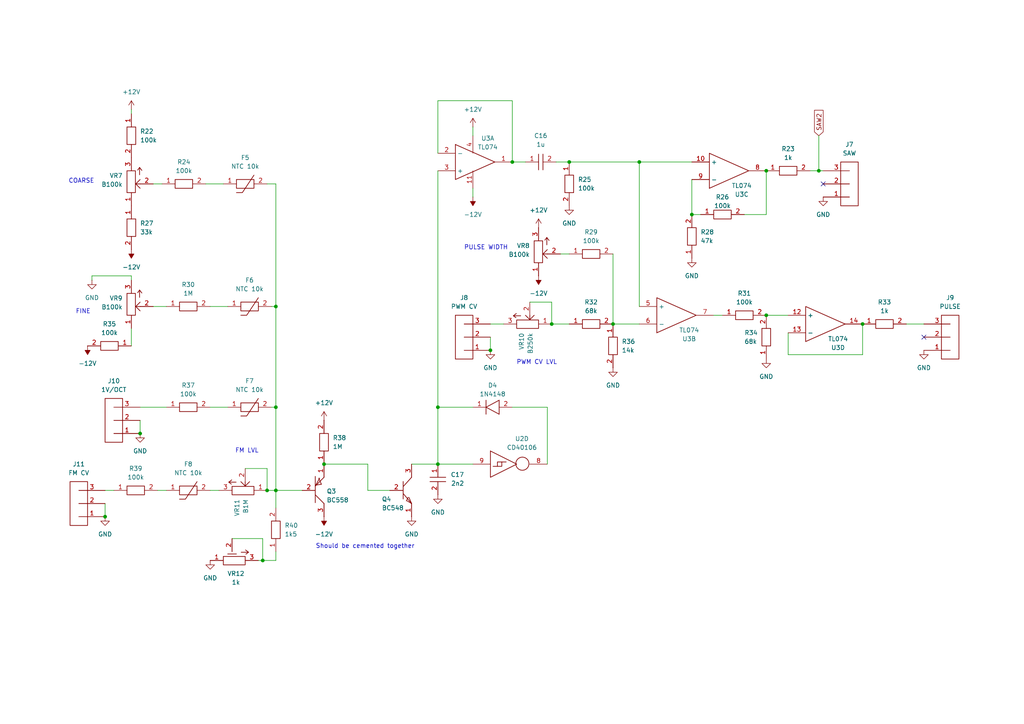
<source format=kicad_sch>
(kicad_sch (version 20250114) (generator "eeschema") (generator_version "9.0")
  (paper "A4")
  (lib_symbols
    (symbol "V_Connector:CONN_3"
      (property "Reference" "J" (at -5.08 11.43 0))
      (property "Value" "CONN_3" (at -5.08 8.89 0))
      (symbol "CONN_3_0_0"
        (rectangle (start 0 6.35) (end 5.08 -6.35) (stroke (width 0.2032)))
      )
      (symbol "CONN_3_1_0"
        (pin unspecified line (at -5.08 3.81 0) (length 7.62) (name "~") (number "1"))
        (pin unspecified line (at -5.08 0 0) (length 7.62) (name "~") (number "2"))
        (pin unspecified line (at -5.08 -3.81 0) (length 7.62) (name "~") (number "3"))
      )
    )
    (symbol "V_Diode:1N4148"
      (property "Reference" "D" (at -1.905 10.795 0))
      (property "Value" "1N4148" (at -1.905 8.255 0))
      (symbol "1N4148_0_0"
        (polyline (pts (xy -2.032 2.54) (xy 2.032 2.54)) (stroke (width 0.2032)))
        (polyline (pts (xy -2.032 -1.27) (xy 2.032 -1.27)) (stroke (width 0.2032)))
        (polyline (pts (xy 0 -1.27) (xy -2.032 2.54)) (stroke (width 0.2032)))
        (polyline (pts (xy 2.032 2.54) (xy 0 -1.27)) (stroke (width 0.2032)))
      )
      (symbol "1N4148_1_0"
        (pin unspecified line (at 0 6.35 270) (length 3.81) (name "~") (number "2"))
        (pin unspecified line (at 0 -5.08 90) (length 3.81) (name "~") (number "1"))
      )
    )
    (symbol "V_Linear:TL074,_TL084,_LF347_ETC"
      (property "Reference" "U" (at -10.795 12.7 0))
      (property "Value" "TL074,_TL084,_LF347_ETC" (at -10.795 10.16 0))
      (symbol "TL074,_TL084,_LF347_ETC_0_0"
        (polyline (pts (xy -6.35 5.08) (xy 5.08 0) (xy -6.35 -5.08) (xy -6.35 5.08)) (stroke (width 0.2032)))
      )
      (symbol "TL074,_TL084,_LF347_ETC_1_0"
        (pin unspecified line (at -11.43 2.54 0) (length 5.08) (name "-") (number "2"))
        (pin unspecified line (at -11.43 -2.54 0) (length 5.08) (name "+") (number "3"))
        (pin power_in line (at -1.27 7.62 270) (length 5.08) (name "~") (number "4"))
        (pin power_in line (at -1.27 -7.62 90) (length 5.08) (name "~") (number "11"))
        (pin unspecified line (at 10.16 0 180) (length 5.08) (name "~") (number "1"))
      )
      (symbol "TL074,_TL084,_LF347_ETC_2_0"
        (pin unspecified line (at -11.43 2.54 0) (length 5.08) (name "-") (number "6"))
        (pin unspecified line (at -11.43 -2.54 0) (length 5.08) (name "+") (number "5"))
        (pin unspecified line (at 10.16 0 180) (length 5.08) (name "~") (number "7"))
      )
      (symbol "TL074,_TL084,_LF347_ETC_3_0"
        (pin unspecified line (at -11.43 2.54 0) (length 5.08) (name "-") (number "9"))
        (pin unspecified line (at -11.43 -2.54 0) (length 5.08) (name "+") (number "10"))
        (pin unspecified line (at 10.16 0 180) (length 5.08) (name "~") (number "8"))
      )
      (symbol "TL074,_TL084,_LF347_ETC_4_0"
        (pin unspecified line (at -11.43 2.54 0) (length 5.08) (name "-") (number "13"))
        (pin unspecified line (at -11.43 -2.54 0) (length 5.08) (name "+") (number "12"))
        (pin unspecified line (at 10.16 0 180) (length 5.08) (name "~") (number "14"))
      )
    )
    (symbol "V_Logic:CD40106"
      (property "Reference" "U" (at -10.795 12.7 0))
      (property "Value" "CD40106" (at -10.795 10.16 0))
      (symbol "CD40106_0_0"
        (polyline (pts (xy -6.35 3.81) (xy -6.35 -3.81) (xy 1.27 0) (xy -6.35 3.81)) (stroke (width 0.2032)))
        (polyline (pts (xy -4.318 -0.635) (xy -4.318 0.635) (xy -1.778 0.635)) (stroke (width 0.2032)))
        (polyline (pts (xy -3.048 0.635) (xy -3.048 -0.635) (xy -5.588 -0.635)) (stroke (width 0.2032)))
        (circle (center 2.921 0.127) (radius 1.905) (stroke (width 0.2032)))
      )
      (symbol "CD40106_1_0"
        (pin unspecified line (at -11.43 0 0) (length 5.08) (name "~") (number "1"))
        (pin unspecified line (at -2.54 7.62 270) (length 5.08) (name "~") (number "14"))
        (pin unspecified line (at -2.54 -7.62 90) (length 5.08) (name "~") (number "7"))
        (pin unspecified line (at 10.16 0 180) (length 5.08) (name "~") (number "2"))
      )
      (symbol "CD40106_2_0"
        (pin unspecified line (at -11.43 0 0) (length 5.08) (name "~") (number "3"))
        (pin unspecified line (at 10.16 0 180) (length 5.08) (name "~") (number "4"))
      )
      (symbol "CD40106_3_0"
        (pin unspecified line (at -11.43 0 0) (length 5.08) (name "~") (number "5"))
        (pin unspecified line (at 10.16 0 180) (length 5.08) (name "~") (number "6"))
      )
      (symbol "CD40106_4_0"
        (pin unspecified line (at -11.43 0 0) (length 5.08) (name "~") (number "9"))
        (pin unspecified line (at 10.16 0 180) (length 5.08) (name "~") (number "8"))
      )
      (symbol "CD40106_5_0"
        (pin unspecified line (at -11.43 0 0) (length 5.08) (name "~") (number "11"))
        (pin unspecified line (at 10.16 0 180) (length 5.08) (name "~") (number "10"))
      )
      (symbol "CD40106_6_0"
        (pin unspecified line (at -11.43 0 0) (length 5.08) (name "~") (number "13"))
        (pin unspecified line (at 10.16 0 180) (length 5.08) (name "~") (number "12"))
      )
    )
    (symbol "V_Passive:C"
      (property "Reference" "C" (at -2.54 9.525 0))
      (property "Value" "C" (at -2.54 6.985 0))
      (symbol "C_0_0"
        (polyline (pts (xy -2.286 1.27) (xy 2.286 1.27)) (stroke (width 0.2032)))
        (polyline (pts (xy -2.286 0) (xy 2.286 0)) (stroke (width 0.2032)))
      )
      (symbol "C_1_0"
        (pin unspecified line (at 0 5.08 270) (length 3.81) (name "~") (number "1"))
        (pin unspecified line (at 0 -3.81 90) (length 3.81) (name "~") (number "2"))
      )
    )
    (symbol "V_Passive:MOV"
      (property "Reference" "F" (at -2.54 11.43 0))
      (property "Value" "MOV" (at -2.54 8.89 0))
      (symbol "MOV_0_0"
        (polyline (pts (xy -2.54 2.54) (xy -2.54 0.8382) (xy 2.54 -2.54)) (stroke (width 0.2032)))
        (rectangle (start -1.27 2.54) (end 1.27 -2.54) (stroke (width 0.2032)))
      )
      (symbol "MOV_1_0"
        (pin unspecified line (at 0 6.35 270) (length 3.81) (name "~") (number "1"))
        (pin unspecified line (at 0 -6.35 90) (length 3.81) (name "~") (number "2"))
      )
    )
    (symbol "V_Passive:R"
      (property "Reference" "R" (at -1.27 11.43 0))
      (property "Value" "R" (at -1.27 8.89 0))
      (symbol "R_0_0"
        (rectangle (start -1.27 2.54) (end 1.27 -2.54) (stroke (width 0.2032)))
      )
      (symbol "R_1_0"
        (pin unspecified line (at 0 6.35 270) (length 3.81) (name "~") (number "1"))
        (pin unspecified line (at 0 -6.35 90) (length 3.81) (name "~") (number "2"))
      )
    )
    (symbol "V_Passive:RT"
      (property "Reference" "VR" (at -3.81 12.065 0))
      (property "Value" "RT" (at -3.81 9.525 0))
      (symbol "RT_0_0"
        (polyline (pts (xy 0.1524 4.7752) (xy 0.7112 4.0132)) (stroke (width 0.2032)))
        (polyline (pts (xy 0.1524 2.6416) (xy 0.1524 4.7752) (xy -0.508 3.9116)) (stroke (width 0.2032)))
        (polyline (pts (xy 0.6604 -1.27) (xy 0.6604 1.27)) (stroke (width 0.2032)))
        (rectangle (start 1.3716 3.81) (end 3.81 -2.54) (stroke (width 0.2032)))
      )
      (symbol "RT_1_0"
        (pin unspecified line (at -3.81 0 0) (length 3.81) (name "~") (number "2"))
        (pin unspecified line (at 2.54 7.62 270) (length 3.81) (name "~") (number "3"))
        (pin unspecified line (at 2.54 -6.35 90) (length 3.81) (name "~") (number "1"))
      )
    )
    (symbol "V_Passive:RV"
      (property "Reference" "VR" (at -3.81 12.065 0))
      (property "Value" "RV" (at -3.81 9.525 0))
      (symbol "RV_0_0"
        (polyline (pts (xy 0 1.27) (xy 1.27 0) (xy 0 -1.27)) (stroke (width 0.2032)))
        (polyline (pts (xy 0 0) (xy 1.27 0)) (stroke (width 0.2032)))
        (polyline (pts (xy 0.1524 4.7752) (xy 0.7112 4.0132)) (stroke (width 0.2032)))
        (polyline (pts (xy 0.1524 2.6416) (xy 0.1524 4.7752) (xy -0.508 3.9116)) (stroke (width 0.2032)))
        (rectangle (start 1.3716 3.81) (end 3.81 -2.54) (stroke (width 0.2032)))
      )
      (symbol "RV_1_0"
        (pin unspecified line (at -3.81 0 0) (length 3.81) (name "~") (number "2"))
        (pin unspecified line (at 2.54 7.62 270) (length 3.81) (name "~") (number "3"))
        (pin unspecified line (at 2.54 -6.35 90) (length 3.81) (name "~") (number "1"))
      )
    )
    (symbol "V_Transistor:BC547{brace}slash}BC548{brace}slash}BC549"
      (property "Reference" "Q" (at -7.62 8.255 0))
      (property "Value" "BC547{brace}slash}BC548{brace}slash}BC549" (at -7.62 5.715 0))
      (symbol "BC547{brace}slash}BC548{brace}slash}BC549_0_0"
        (polyline (pts (xy -2.5908 1.3716) (xy 2.4892 1.3716)) (stroke (width 0.2032)))
        (polyline (pts (xy -1.1684 1.4224) (xy -3.81 3.81)) (stroke (width 0.2032)))
        (polyline (pts (xy 0.9652 1.4224) (xy 3.81 3.81)) (stroke (width 0.2032)))
        (polyline (pts (xy 2.032 3.048) (xy 3.81 3.81)) (stroke (width 0.2032)))
        (polyline (pts (xy 2.032 2.794) (xy 3.048 2.286)) (stroke (width 0.2032)))
        (polyline (pts (xy 3.048 2.54) (xy 3.81 3.81)) (stroke (width 0.2032)))
      )
      (symbol "BC547{brace}slash}BC548{brace}slash}BC549_1_0"
        (pin unspecified line (at -7.62 3.81 0) (length 3.81) (name "~") (number "3"))
        (pin unspecified line (at 0 -2.54 90) (length 3.81) (name "~") (number "2"))
        (pin unspecified line (at 7.62 3.81 180) (length 3.81) (name "~") (number "1"))
      )
    )
    (symbol "V_Transistor:BC557{brace}slash}BC558{brace}slash}BC559"
      (property "Reference" "Q" (at -7.62 8.255 0))
      (property "Value" "BC557{brace}slash}BC558{brace}slash}BC559" (at -7.62 5.715 0))
      (symbol "BC557{brace}slash}BC558{brace}slash}BC559_0_0"
        (polyline (pts (xy -3.556 1.27) (xy 4.064 1.27)) (stroke (width 0.2032)))
        (polyline (pts (xy -1.27 1.27) (xy -3.81 3.81)) (stroke (width 0.2032)))
        (polyline (pts (xy 1.27 1.27) (xy 3.81 3.81)) (stroke (width 0.2032)))
        (polyline (pts (xy 1.778 3.048) (xy 1.524 1.27)) (stroke (width 0.2032)))
        (polyline (pts (xy 1.778 3.048) (xy 3.556 2.286)) (stroke (width 0.2032)))
        (polyline (pts (xy 3.556 2.54) (xy 1.27 1.27)) (stroke (width 0.2032)))
      )
      (symbol "BC557{brace}slash}BC558{brace}slash}BC559_1_0"
        (pin unspecified line (at -7.62 3.81 0) (length 3.81) (name "~") (number "3"))
        (pin unspecified line (at 0 -2.54 90) (length 3.81) (name "~") (number "2"))
        (pin unspecified line (at 7.62 3.81 180) (length 3.81) (name "~") (number "1"))
      )
    )
    (symbol "power:+15V" (power) (pin_numbers (hide yes)) (pin_names (offset 0) (hide yes))
      (property "Value" "+15V" (at 0 3.556 0))
      (symbol "+15V_0_1"
        (polyline (pts (xy -0.762 1.27) (xy 0 2.54)))
        (polyline (pts (xy 0 2.54) (xy 0.762 1.27)))
        (polyline (pts (xy 0 0) (xy 0 2.54)))
      )
      (symbol "+15V_1_1"
        (pin power_in line (at 0 0 90) (length 0) (name "~") (number "1"))
      )
    )
    (symbol "power:-15V" (power) (pin_numbers (hide yes)) (pin_names (offset 0) (hide yes))
      (property "Value" "-15V" (at 0 3.556 0))
      (symbol "-15V_0_0"
        (pin power_in line (at 0 0 90) (length 0) (name "~") (number "1"))
      )
      (symbol "-15V_0_1"
        (polyline (pts (xy 0 0) (xy 0 1.27) (xy 0.762 1.27) (xy 0 2.54) (xy -0.762 1.27) (xy 0 1.27)) (fill (type outline)))
      )
    )
    (symbol "power:GND" (power) (pin_numbers (hide yes)) (pin_names (offset 0) (hide yes))
      (property "Value" "GND" (at 0 -3.81 0))
      (symbol "GND_0_1"
        (polyline (pts (xy 0 0) (xy 0 -1.27) (xy 1.27 -1.27) (xy 0 -2.54) (xy -1.27 -1.27) (xy 0 -1.27)))
      )
      (symbol "GND_1_1"
        (pin power_in line (at 0 0 270) (length 0) (name "~") (number "1"))
      )
    )
  )
  (text "PWM CV LVL" (at 155.702 105.156 0) (effects (font (size 1.27 1.27))))
  (text "FINE" (at 24.13 90.424 0) (effects (font (size 1.27 1.27))))
  (text "Should be cemented together" (at 105.918 158.496 0) (effects (font (size 1.27 1.27))))
  (text "PULSE WIDTH\n" (at 140.97 71.882 0) (effects (font (size 1.27 1.27))))
  (text "COARSE\n" (at 23.622 52.578 0) (effects (font (size 1.27 1.27))))
  (text "FM LVL" (at 71.628 130.81 0) (effects (font (size 1.27 1.27))))
  (junction (at 142.24 101.6))
  (junction (at 222.25 49.53))
  (junction (at 148.59 46.99))
  (junction (at 237.49 49.53))
  (junction (at 80.01 88.9))
  (junction (at 222.25 91.44))
  (junction (at 127 118.11))
  (junction (at 127 134.62))
  (junction (at 200.66 62.23))
  (junction (at 250.19 93.98))
  (junction (at 30.48 149.86))
  (junction (at 80.01 142.24))
  (junction (at 93.98 134.62))
  (junction (at 185.42 46.99))
  (junction (at 160.02 93.98))
  (junction (at 76.2 162.56))
  (junction (at 77.47 142.24))
  (junction (at 40.64 125.73))
  (junction (at 177.8 93.98))
  (junction (at 80.01 118.11))
  (junction (at 165.1 46.99))
  (no_connect (at 238.76 53.34))
  (no_connect (at 267.97 97.79))
  (wire (pts (xy 127 118.11) (xy 127 134.62)))
  (wire (pts (xy 93.98 134.62) (xy 106.68 134.62)))
  (wire (pts (xy 26.67 81.28) (xy 26.67 80.01)))
  (wire (pts (xy 237.49 49.53) (xy 238.76 49.53)))
  (wire (pts (xy 38.1 95.25) (xy 38.1 100.33)))
  (wire (pts (xy 30.48 146.05) (xy 30.48 149.86)))
  (wire (pts (xy 200.66 62.23) (xy 203.2 62.23)))
  (wire (pts (xy 222.25 62.23) (xy 222.25 49.53)))
  (wire (pts (xy 207.01 91.44) (xy 209.55 91.44)))
  (wire (pts (xy 228.6 96.52) (xy 228.6 102.87)))
  (wire (pts (xy 177.8 93.98) (xy 185.42 93.98)))
  (wire (pts (xy 60.96 118.11) (xy 66.04 118.11)))
  (wire (pts (xy 127 29.21) (xy 148.59 29.21)))
  (wire (pts (xy 158.75 134.62) (xy 158.75 118.11)))
  (wire (pts (xy 127 44.45) (xy 127 29.21)))
  (wire (pts (xy 160.02 87.63) (xy 160.02 93.98)))
  (wire (pts (xy 77.47 135.89) (xy 77.47 142.24)))
  (wire (pts (xy 262.89 93.98) (xy 267.97 93.98)))
  (wire (pts (xy 165.1 46.99) (xy 185.42 46.99)))
  (wire (pts (xy 137.16 118.11) (xy 127 118.11)))
  (wire (pts (xy 153.67 87.63) (xy 160.02 87.63)))
  (wire (pts (xy 76.2 156.21) (xy 76.2 162.56)))
  (wire (pts (xy 237.49 39.37) (xy 237.49 49.53)))
  (wire (pts (xy 185.42 46.99) (xy 200.66 46.99)))
  (wire (pts (xy 162.56 73.66) (xy 165.1 73.66)))
  (wire (pts (xy 234.95 49.53) (xy 237.49 49.53)))
  (wire (pts (xy 250.19 102.87) (xy 250.19 93.98)))
  (wire (pts (xy 77.47 53.34) (xy 80.01 53.34)))
  (wire (pts (xy 26.67 80.01) (xy 38.1 80.01)))
  (wire (pts (xy 77.47 142.24) (xy 80.01 142.24)))
  (wire (pts (xy 137.16 54.61) (xy 137.16 57.15)))
  (wire (pts (xy 40.64 121.92) (xy 40.64 125.73)))
  (wire (pts (xy 137.16 36.83) (xy 137.16 39.37)))
  (wire (pts (xy 200.66 52.07) (xy 200.66 62.23)))
  (wire (pts (xy 158.75 118.11) (xy 148.59 118.11)))
  (wire (pts (xy 222.25 91.44) (xy 228.6 91.44)))
  (wire (pts (xy 71.12 135.89) (xy 77.47 135.89)))
  (wire (pts (xy 80.01 118.11) (xy 78.74 118.11)))
  (wire (pts (xy 74.93 162.56) (xy 76.2 162.56)))
  (wire (pts (xy 30.48 142.24) (xy 33.02 142.24)))
  (wire (pts (xy 38.1 80.01) (xy 38.1 81.28)))
  (wire (pts (xy 127 49.53) (xy 127 118.11)))
  (wire (pts (xy 148.59 29.21) (xy 148.59 46.99)))
  (wire (pts (xy 44.45 88.9) (xy 48.26 88.9)))
  (wire (pts (xy 80.01 88.9) (xy 80.01 118.11)))
  (wire (pts (xy 80.01 53.34) (xy 80.01 88.9)))
  (wire (pts (xy 80.01 142.24) (xy 80.01 118.11)))
  (wire (pts (xy 59.69 53.34) (xy 64.77 53.34)))
  (wire (pts (xy 142.24 93.98) (xy 146.05 93.98)))
  (wire (pts (xy 127 134.62) (xy 137.16 134.62)))
  (wire (pts (xy 142.24 97.79) (xy 142.24 101.6)))
  (wire (pts (xy 177.8 73.66) (xy 177.8 93.98)))
  (wire (pts (xy 228.6 102.87) (xy 250.19 102.87)))
  (wire (pts (xy 185.42 46.99) (xy 185.42 88.9)))
  (wire (pts (xy 45.72 142.24) (xy 48.26 142.24)))
  (wire (pts (xy 160.02 93.98) (xy 165.1 93.98)))
  (wire (pts (xy 148.59 46.99) (xy 152.4 46.99)))
  (wire (pts (xy 60.96 88.9) (xy 66.04 88.9)))
  (wire (pts (xy 80.01 162.56) (xy 80.01 160.02)))
  (wire (pts (xy 76.2 162.56) (xy 80.01 162.56)))
  (wire (pts (xy 80.01 142.24) (xy 87.63 142.24)))
  (wire (pts (xy 161.29 46.99) (xy 165.1 46.99)))
  (wire (pts (xy 106.68 134.62) (xy 106.68 142.24)))
  (wire (pts (xy 40.64 118.11) (xy 48.26 118.11)))
  (wire (pts (xy 67.31 156.21) (xy 76.2 156.21)))
  (wire (pts (xy 60.96 142.24) (xy 63.5 142.24)))
  (wire (pts (xy 80.01 88.9) (xy 78.74 88.9)))
  (wire (pts (xy 106.68 142.24) (xy 113.03 142.24)))
  (wire (pts (xy 38.1 33.02) (xy 38.1 31.75)))
  (wire (pts (xy 215.9 62.23) (xy 222.25 62.23)))
  (wire (pts (xy 46.99 53.34) (xy 44.45 53.34)))
  (wire (pts (xy 80.01 142.24) (xy 80.01 147.32)))
  (wire (pts (xy 119.38 134.62) (xy 127 134.62)))
  (global_label "SAW2" (shape input) (at 237.49 39.37 90) (property "Intersheetrefs" "${INTERSHEET_REFS}" (effects (hide yes))))
  (symbol (lib_id "power:-15V") (at 93.98 149.86 180) (unit 1)
    (property "Reference" "#PWR053" (effects (hide yes)))
    (property "Value" "-12V" (at 93.98 154.94 0))
    (property "Description" "Power symbol creates a global label with name \"-15V\"" (effects (hide yes)))
    (instances (project "mki_vco" (path "" (reference "#PWR053") (unit 1))) (project "mki_vco" (path "" (reference "#PWR055") (unit 1))))
  )
  (symbol (lib_id "V_Passive:R") (at 38.1 66.04 0) (unit 1)
    (property "Reference" "R27" (at 40.64 64.7699 0) (effects (justify left)))
    (property "Value" "33k" (at 40.64 67.3099 0) (effects (justify left)))
    (property "Footprint" "AX3_1" (effects (hide yes)))
  )
  (symbol (lib_id "V_Linear:TL074,_TL084,_LF347_ETC") (at 212.09 49.53 0) (mirror x) (unit 3)
    (property "Reference" "U3" (at 215.138 56.388 0))
    (property "Value" "TL074" (at 215.138 53.848 0))
    (property "Footprint" "DIP14" (effects (hide yes)))
    (instances (project "mki_vco" (path "" (reference "U3") (unit 3))) (project "mki_vco" (path "" (reference "U4") (unit 3))))
  )
  (symbol (lib_id "V_Passive:R") (at 171.45 73.66 90) (unit 1)
    (property "Reference" "R29" (at 171.45 67.31 90))
    (property "Value" "100k" (at 171.45 69.85 90))
    (property "Footprint" "AX3_1" (effects (hide yes)))
  )
  (symbol (lib_id "V_Passive:R") (at 209.55 62.23 90) (unit 1)
    (property "Reference" "R26" (at 209.55 57.15 90))
    (property "Value" "100k" (at 209.55 59.69 90))
    (property "Footprint" "AX3_1" (effects (hide yes)))
  )
  (symbol (lib_id "V_Passive:MOV") (at 71.12 53.34 90) (unit 1)
    (property "Reference" "F5" (at 71.12 45.72 90))
    (property "Value" "NTC 10k" (at 71.12 48.26 90))
    (property "Footprint" "AX3_1" (effects (hide yes)))
  )
  (symbol (lib_id "V_Connector:CONN_3") (at 25.4 146.05 180) (unit 1)
    (property "Reference" "J11" (at 22.86 134.62 0))
    (property "Value" "FM CV" (at 22.86 137.16 0))
    (property "Footprint" "THONK" (effects (hide yes)))
  )
  (symbol (lib_id "V_Passive:R") (at 38.1 39.37 0) (unit 1)
    (property "Reference" "R22" (at 40.64 38.0999 0) (effects (justify left)))
    (property "Value" "100k" (at 40.64 40.6399 0) (effects (justify left)))
    (property "Footprint" "AX3_1" (effects (hide yes)))
  )
  (symbol (lib_id "power:-15V") (at 156.21 80.01 180) (unit 1)
    (property "Reference" "#PWR042" (effects (hide yes)))
    (property "Value" "-12V" (at 156.21 85.09 0))
    (property "Description" "Power symbol creates a global label with name \"-15V\"" (effects (hide yes)))
  )
  (symbol (lib_id "power:GND") (at 26.67 81.28 0) (unit 1)
    (property "Reference" "#PWR043" (effects (hide yes)))
    (property "Value" "GND" (at 26.67 86.36 0))
    (property "Description" "Power symbol creates a global label with name \"GND\" , ground" (effects (hide yes)))
  )
  (symbol (lib_id "V_Passive:C") (at 157.48 46.99 90) (unit 1)
    (property "Reference" "C16" (at 156.845 39.37 90))
    (property "Value" "1u" (at 156.845 41.91 90))
    (property "Footprint" "BOX1_3" (effects (hide yes)))
    (instances (project "mki_vco" (path "" (reference "C16") (unit 1))) (project "mki_vco" (path "" (reference "C18") (unit 1))))
  )
  (symbol (lib_id "V_Passive:RV") (at 71.12 139.7 90) (mirror x) (unit 1)
    (property "Reference" "VR11" (at 68.7323 144.78 0) (effects (justify left)))
    (property "Value" "B1M" (at 71.2723 144.78 0) (effects (justify left)))
    (property "Footprint" "POT6_5" (effects (hide yes)))
  )
  (symbol (lib_id "V_Passive:R") (at 222.25 97.79 180) (unit 1)
    (property "Reference" "R34" (at 215.9 96.52 0) (effects (justify right)))
    (property "Value" "68k" (at 215.9 99.06 0) (effects (justify right)))
    (property "Footprint" "AX3_1" (effects (hide yes)))
  )
  (symbol (lib_id "power:GND") (at 40.64 125.73 0) (unit 1)
    (property "Reference" "#PWR050" (effects (hide yes)))
    (property "Value" "GND" (at 40.64 130.81 0))
    (property "Description" "Power symbol creates a global label with name \"GND\" , ground" (effects (hide yes)))
  )
  (symbol (lib_id "V_Connector:CONN_3") (at 273.05 97.79 0) (mirror x) (unit 1)
    (property "Reference" "J9" (at 275.59 86.36 0))
    (property "Value" "PULSE" (at 275.59 88.9 0))
    (property "Footprint" "THONK" (effects (hide yes)))
  )
  (symbol (lib_id "power:GND") (at 177.8 106.68 0) (unit 1)
    (property "Reference" "#PWR048" (effects (hide yes)))
    (property "Value" "GND" (at 177.8 111.76 0))
    (property "Description" "Power symbol creates a global label with name \"GND\" , ground" (effects (hide yes)))
  )
  (symbol (lib_id "V_Passive:R") (at 39.37 142.24 90) (unit 1)
    (property "Reference" "R39" (at 39.37 135.89 90))
    (property "Value" "100k" (at 39.37 138.43 90))
    (property "Footprint" "AX3_1" (effects (hide yes)))
  )
  (symbol (lib_id "power:+15V") (at 137.16 36.83 0) (unit 1)
    (property "Reference" "#PWR035" (effects (hide yes)))
    (property "Value" "+12V" (at 137.16 31.75 0))
    (property "Description" "Power symbol creates a global label with name \"+15V\"" (effects (hide yes)))
  )
  (symbol (lib_id "V_Passive:R") (at 200.66 68.58 180) (unit 1)
    (property "Reference" "R28" (at 203.2 67.3099 0) (effects (justify right)))
    (property "Value" "47k" (at 203.2 69.8499 0) (effects (justify right)))
    (property "Footprint" "AX3_1" (effects (hide yes)))
  )
  (symbol (lib_id "power:GND") (at 200.66 74.93 0) (unit 1)
    (property "Reference" "#PWR041" (effects (hide yes)))
    (property "Value" "GND" (at 200.66 80.01 0))
    (property "Description" "Power symbol creates a global label with name \"GND\" , ground" (effects (hide yes)))
  )
  (symbol (lib_id "power:GND") (at 30.48 149.86 0) (unit 1)
    (property "Reference" "#PWR052" (effects (hide yes)))
    (property "Value" "GND" (at 30.48 154.94 0))
    (property "Description" "Power symbol creates a global label with name \"GND\" , ground" (effects (hide yes)))
    (instances (project "mki_vco" (path "" (reference "#PWR052") (unit 1))) (project "mki_vco" (path "" (reference "#PWR054") (unit 1))))
  )
  (symbol (lib_id "power:+15V") (at 38.1 31.75 0) (unit 1)
    (property "Reference" "#PWR034" (effects (hide yes)))
    (property "Value" "+12V" (at 38.1 26.67 0))
    (property "Description" "Power symbol creates a global label with name \"+15V\"" (effects (hide yes)))
  )
  (symbol (lib_id "V_Connector:CONN_3") (at 35.56 121.92 180) (unit 1)
    (property "Reference" "J10" (at 33.02 110.49 0))
    (property "Value" "1V/OCT" (at 33.02 113.03 0))
    (property "Footprint" "THONK" (effects (hide yes)))
  )
  (symbol (lib_id "V_Transistor:BC557{brace}slash}BC558{brace}slash}BC559") (at 90.17 142.24 270) (mirror x) (unit 1)
    (property "Reference" "Q3" (at 94.742 142.494 90) (effects (justify left)))
    (property "Value" "BC558" (at 94.742 145.034 90) (effects (justify left)))
    (property "Footprint" "TO92" (effects (hide yes)))
  )
  (symbol (lib_id "V_Logic:CD40106") (at 148.59 134.62 0) (unit 4)
    (property "Reference" "U2" (at 151.384 127.254 0))
    (property "Value" "CD40106" (at 151.384 129.794 0))
    (property "Footprint" "DIP14" (effects (hide yes)))
    (instances (project "mki_vco" (path "" (reference "U2") (unit 4))) (project "mki_vco" (path "" (reference "U1") (unit 3))))
  )
  (symbol (lib_id "power:GND") (at 127 143.51 0) (unit 1)
    (property "Reference" "#PWR051" (effects (hide yes)))
    (property "Value" "GND" (at 127 148.59 0))
    (property "Description" "Power symbol creates a global label with name \"GND\" , ground" (effects (hide yes)))
    (instances (project "mki_vco" (path "" (reference "#PWR051") (unit 1))) (project "mki_vco" (path "" (reference "#PWR053") (unit 1))))
  )
  (symbol (lib_id "V_Passive:R") (at 53.34 53.34 90) (unit 1)
    (property "Reference" "R24" (at 53.34 46.99 90))
    (property "Value" "100k" (at 53.34 49.53 90))
    (property "Footprint" "AX3_1" (effects (hide yes)))
  )
  (symbol (lib_id "V_Passive:MOV") (at 72.39 88.9 90) (unit 1)
    (property "Reference" "F6" (at 72.39 81.28 90))
    (property "Value" "NTC 10k" (at 72.39 83.82 90))
    (property "Footprint" "AX3_1" (effects (hide yes)))
  )
  (symbol (lib_id "V_Diode:1N4148") (at 142.24 118.11 270) (unit 1)
    (property "Reference" "D4" (at 142.875 111.76 90))
    (property "Value" "1N4148" (at 142.875 114.3 90))
    (property "Footprint" "AX2_1" (effects (hide yes)))
  )
  (symbol (lib_id "power:GND") (at 267.97 101.6 0) (unit 1)
    (property "Reference" "#PWR046" (effects (hide yes)))
    (property "Value" "GND" (at 267.97 106.68 0))
    (property "Description" "Power symbol creates a global label with name \"GND\" , ground" (effects (hide yes)))
  )
  (symbol (lib_id "V_Passive:C") (at 127 139.7 0) (unit 1)
    (property "Reference" "C17" (at 134.62 137.668 0) (effects (justify right)))
    (property "Value" "2n2" (at 134.62 140.208 0) (effects (justify right)))
    (property "Footprint" "BOX1_3" (effects (hide yes)))
    (instances (project "mki_vco" (path "" (reference "C17") (unit 1))) (project "mki_vco" (path "" (reference "C19") (unit 1))))
  )
  (symbol (lib_id "V_Passive:RV") (at 158.75 73.66 0) (mirror y) (unit 1)
    (property "Reference" "VR8" (at 153.67 71.2723 0) (effects (justify left)))
    (property "Value" "B100k" (at 153.67 73.8123 0) (effects (justify left)))
    (property "Footprint" "POT6_5" (effects (hide yes)))
  )
  (symbol (lib_id "V_Transistor:BC547{brace}slash}BC548{brace}slash}BC549") (at 115.57 142.24 270) (unit 1)
    (property "Reference" "Q4" (at 110.744 144.78 90) (effects (justify left)))
    (property "Value" "BC548" (at 110.744 147.32 90) (effects (justify left)))
    (property "Footprint" "TO92" (effects (hide yes)))
  )
  (symbol (lib_id "V_Linear:TL074,_TL084,_LF347_ETC") (at 196.85 91.44 0) (mirror x) (unit 2)
    (property "Reference" "U3" (at 199.898 98.298 0))
    (property "Value" "TL074" (at 199.898 95.758 0))
    (property "Footprint" "DIP14" (effects (hide yes)))
    (instances (project "mki_vco" (path "" (reference "U3") (unit 2))) (project "mki_vco" (path "" (reference "U4") (unit 2))))
  )
  (symbol (lib_id "power:GND") (at 222.25 104.14 0) (unit 1)
    (property "Reference" "#PWR047" (effects (hide yes)))
    (property "Value" "GND" (at 222.25 109.22 0))
    (property "Description" "Power symbol creates a global label with name \"GND\" , ground" (effects (hide yes)))
  )
  (symbol (lib_id "V_Connector:CONN_3") (at 137.16 97.79 180) (unit 1)
    (property "Reference" "J8" (at 134.62 86.36 0))
    (property "Value" "PWM CV" (at 134.62 88.9 0))
    (property "Footprint" "THONK" (effects (hide yes)))
  )
  (symbol (lib_id "V_Passive:R") (at 93.98 128.27 180) (unit 1)
    (property "Reference" "R38" (at 96.52 126.9999 0) (effects (justify right)))
    (property "Value" "1M" (at 96.52 129.5399 0) (effects (justify right)))
    (property "Footprint" "AX3_1" (effects (hide yes)))
  )
  (symbol (lib_id "power:GND") (at 165.1 59.69 0) (unit 1)
    (property "Reference" "#PWR038" (effects (hide yes)))
    (property "Value" "GND" (at 165.1 64.77 0))
    (property "Description" "Power symbol creates a global label with name \"GND\" , ground" (effects (hide yes)))
  )
  (symbol (lib_id "V_Passive:R") (at 228.6 49.53 90) (unit 1)
    (property "Reference" "R23" (at 228.6 43.18 90))
    (property "Value" "1k" (at 228.6 45.72 90))
    (property "Footprint" "AX3_1" (effects (hide yes)))
  )
  (symbol (lib_id "V_Passive:R") (at 54.61 88.9 90) (unit 1)
    (property "Reference" "R30" (at 54.61 82.55 90))
    (property "Value" "1M" (at 54.61 85.09 90))
    (property "Footprint" "AX3_1" (effects (hide yes)))
  )
  (symbol (lib_id "V_Passive:RV") (at 40.64 88.9 0) (mirror y) (unit 1)
    (property "Reference" "VR9" (at 35.56 86.5123 0) (effects (justify left)))
    (property "Value" "B100k" (at 35.56 89.0523 0) (effects (justify left)))
    (property "Footprint" "POT6_5" (effects (hide yes)))
  )
  (symbol (lib_id "V_Passive:R") (at 215.9 91.44 90) (unit 1)
    (property "Reference" "R31" (at 215.9 85.09 90))
    (property "Value" "100k" (at 215.9 87.63 90))
    (property "Footprint" "AX3_1" (effects (hide yes)))
  )
  (symbol (lib_id "power:-15V") (at 137.16 57.15 180) (unit 1)
    (property "Reference" "#PWR036" (effects (hide yes)))
    (property "Value" "-12V" (at 137.16 62.23 0))
    (property "Description" "Power symbol creates a global label with name \"-15V\"" (effects (hide yes)))
  )
  (symbol (lib_id "power:GND") (at 119.38 149.86 0) (unit 1)
    (property "Reference" "#PWR054" (effects (hide yes)))
    (property "Value" "GND" (at 119.38 154.94 0))
    (property "Description" "Power symbol creates a global label with name \"GND\" , ground" (effects (hide yes)))
    (instances (project "mki_vco" (path "" (reference "#PWR054") (unit 1))) (project "mki_vco" (path "" (reference "#PWR056") (unit 1))))
  )
  (symbol (lib_id "power:+15V") (at 93.98 121.92 0) (unit 1)
    (property "Reference" "#PWR049" (effects (hide yes)))
    (property "Value" "+12V" (at 93.98 116.84 0))
    (property "Description" "Power symbol creates a global label with name \"+15V\"" (effects (hide yes)))
  )
  (symbol (lib_id "power:+15V") (at 156.21 66.04 0) (unit 1)
    (property "Reference" "#PWR039" (effects (hide yes)))
    (property "Value" "+12V" (at 156.21 60.96 0))
    (property "Description" "Power symbol creates a global label with name \"+15V\"" (effects (hide yes)))
  )
  (symbol (lib_id "power:-15V") (at 38.1 72.39 180) (unit 1)
    (property "Reference" "#PWR040" (effects (hide yes)))
    (property "Value" "-12V" (at 38.1 77.47 0))
    (property "Description" "Power symbol creates a global label with name \"-15V\"" (effects (hide yes)))
  )
  (symbol (lib_id "V_Passive:MOV") (at 72.39 118.11 90) (unit 1)
    (property "Reference" "F7" (at 72.39 110.49 90))
    (property "Value" "NTC 10k" (at 72.39 113.03 90))
    (property "Footprint" "AX3_1" (effects (hide yes)))
  )
  (symbol (lib_id "V_Passive:R") (at 165.1 53.34 0) (unit 1)
    (property "Reference" "R25" (at 167.64 52.0699 0) (effects (justify left)))
    (property "Value" "100k" (at 167.64 54.6099 0) (effects (justify left)))
    (property "Footprint" "AX3_1" (effects (hide yes)))
  )
  (symbol (lib_id "V_Passive:R") (at 54.61 118.11 90) (unit 1)
    (property "Reference" "R37" (at 54.61 111.76 90))
    (property "Value" "100k" (at 54.61 114.3 90))
    (property "Footprint" "AX3_1" (effects (hide yes)))
  )
  (symbol (lib_id "V_Passive:MOV") (at 54.61 142.24 90) (unit 1)
    (property "Reference" "F8" (at 54.61 134.62 90))
    (property "Value" "NTC 10k" (at 54.61 137.16 90))
    (property "Footprint" "AX3_1" (effects (hide yes)))
  )
  (symbol (lib_id "V_Passive:R") (at 177.8 100.33 0) (unit 1)
    (property "Reference" "R36" (at 180.34 99.0599 0) (effects (justify left)))
    (property "Value" "14k" (at 180.34 101.5999 0) (effects (justify left)))
    (property "Footprint" "AX3_1" (effects (hide yes)))
  )
  (symbol (lib_id "V_Passive:R") (at 31.75 100.33 270) (unit 1)
    (property "Reference" "R35" (at 31.75 93.98 90))
    (property "Value" "100k" (at 31.75 96.52 90))
    (property "Footprint" "AX3_1" (effects (hide yes)))
  )
  (symbol (lib_id "V_Passive:RV") (at 153.67 91.44 90) (mirror x) (unit 1)
    (property "Reference" "VR10" (at 151.2823 96.52 0) (effects (justify left)))
    (property "Value" "B250k" (at 153.8223 96.52 0) (effects (justify left)))
    (property "Footprint" "POT6_5" (effects (hide yes)))
  )
  (symbol (lib_id "V_Passive:R") (at 80.01 153.67 180) (unit 1)
    (property "Reference" "R40" (at 82.55 152.3999 0) (effects (justify right)))
    (property "Value" "1k5" (at 82.55 154.9399 0) (effects (justify right)))
    (property "Footprint" "AX3_1" (effects (hide yes)))
  )
  (symbol (lib_id "power:GND") (at 142.24 101.6 0) (unit 1)
    (property "Reference" "#PWR045" (effects (hide yes)))
    (property "Value" "GND" (at 142.24 106.68 0))
    (property "Description" "Power symbol creates a global label with name \"GND\" , ground" (effects (hide yes)))
  )
  (symbol (lib_id "power:GND") (at 60.96 162.56 0) (unit 1)
    (property "Reference" "#PWR055" (effects (hide yes)))
    (property "Value" "GND" (at 60.96 167.64 0))
    (property "Description" "Power symbol creates a global label with name \"GND\" , ground" (effects (hide yes)))
    (instances (project "mki_vco" (path "" (reference "#PWR055") (unit 1))) (project "mki_vco" (path "" (reference "#PWR057") (unit 1))))
  )
  (symbol (lib_id "power:GND") (at 238.76 57.15 0) (unit 1)
    (property "Reference" "#PWR037" (effects (hide yes)))
    (property "Value" "GND" (at 238.76 62.23 0))
    (property "Description" "Power symbol creates a global label with name \"GND\" , ground" (effects (hide yes)))
  )
  (symbol (lib_id "V_Passive:R") (at 171.45 93.98 90) (unit 1)
    (property "Reference" "R32" (at 171.45 87.63 90))
    (property "Value" "68k" (at 171.45 90.17 90))
    (property "Footprint" "AX3_1" (effects (hide yes)))
  )
  (symbol (lib_id "V_Passive:RT") (at 67.31 160.02 270) (unit 1)
    (property "Reference" "VR12" (at 68.4276 166.37 90))
    (property "Value" "1k" (at 68.4276 168.91 90))
    (property "Footprint" "TRIM6" (effects (hide yes)))
  )
  (symbol (lib_id "V_Passive:RV") (at 40.64 53.34 0) (mirror y) (unit 1)
    (property "Reference" "VR7" (at 35.56 50.9523 0) (effects (justify left)))
    (property "Value" "B100k" (at 35.56 53.4923 0) (effects (justify left)))
    (property "Footprint" "POT5_5" (effects (hide yes)))
  )
  (symbol (lib_id "V_Passive:R") (at 256.54 93.98 90) (unit 1)
    (property "Reference" "R33" (at 256.54 87.63 90))
    (property "Value" "1k" (at 256.54 90.17 90))
    (property "Footprint" "AX3_1" (effects (hide yes)))
  )
  (symbol (lib_id "power:-15V") (at 25.4 100.33 180) (unit 1)
    (property "Reference" "#PWR044" (effects (hide yes)))
    (property "Value" "-12V" (at 25.4 105.41 0))
    (property "Description" "Power symbol creates a global label with name \"-15V\"" (effects (hide yes)))
  )
  (symbol (lib_id "V_Connector:CONN_3") (at 243.84 53.34 0) (mirror x) (unit 1)
    (property "Reference" "J7" (at 246.38 41.91 0))
    (property "Value" "SAW" (at 246.38 44.45 0))
    (property "Footprint" "THONK" (effects (hide yes)))
  )
  (symbol (lib_id "V_Linear:TL074,_TL084,_LF347_ETC") (at 138.43 46.99 0) (unit 1)
    (property "Reference" "U3" (at 141.478 40.132 0))
    (property "Value" "TL074" (at 141.478 42.672 0))
    (property "Footprint" "DIP14" (effects (hide yes)))
    (instances (project "mki_vco" (path "" (reference "U3") (unit 1))) (project "mki_vco" (path "" (reference "U4") (unit 1))))
  )
  (symbol (lib_id "V_Linear:TL074,_TL084,_LF347_ETC") (at 240.03 93.98 0) (mirror x) (unit 4)
    (property "Reference" "U3" (at 243.078 100.838 0))
    (property "Value" "TL074" (at 243.078 98.298 0))
    (property "Footprint" "DIP14" (effects (hide yes)))
    (instances (project "mki_vco" (path "" (reference "U3") (unit 4))) (project "mki_vco" (path "" (reference "U4") (unit 4))))
  )
)
</source>
